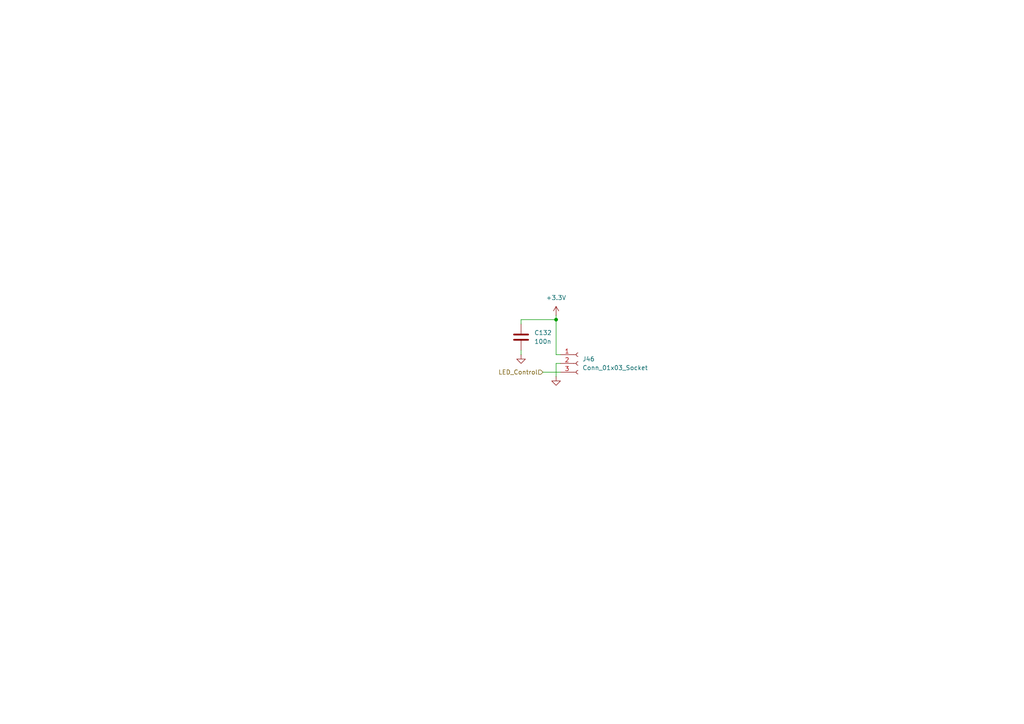
<source format=kicad_sch>
(kicad_sch
	(version 20250114)
	(generator "eeschema")
	(generator_version "9.0")
	(uuid "8208606b-6002-4a68-864d-a580fba5fe0f")
	(paper "A4")
	(lib_symbols
		(symbol "Connector:Conn_01x03_Socket"
			(pin_names
				(offset 1.016)
				(hide yes)
			)
			(exclude_from_sim no)
			(in_bom yes)
			(on_board yes)
			(property "Reference" "J"
				(at 0 5.08 0)
				(effects
					(font
						(size 1.27 1.27)
					)
				)
			)
			(property "Value" "Conn_01x03_Socket"
				(at 0 -5.08 0)
				(effects
					(font
						(size 1.27 1.27)
					)
				)
			)
			(property "Footprint" ""
				(at 0 0 0)
				(effects
					(font
						(size 1.27 1.27)
					)
					(hide yes)
				)
			)
			(property "Datasheet" "~"
				(at 0 0 0)
				(effects
					(font
						(size 1.27 1.27)
					)
					(hide yes)
				)
			)
			(property "Description" "Generic connector, single row, 01x03, script generated"
				(at 0 0 0)
				(effects
					(font
						(size 1.27 1.27)
					)
					(hide yes)
				)
			)
			(property "ki_locked" ""
				(at 0 0 0)
				(effects
					(font
						(size 1.27 1.27)
					)
				)
			)
			(property "ki_keywords" "connector"
				(at 0 0 0)
				(effects
					(font
						(size 1.27 1.27)
					)
					(hide yes)
				)
			)
			(property "ki_fp_filters" "Connector*:*_1x??_*"
				(at 0 0 0)
				(effects
					(font
						(size 1.27 1.27)
					)
					(hide yes)
				)
			)
			(symbol "Conn_01x03_Socket_1_1"
				(polyline
					(pts
						(xy -1.27 2.54) (xy -0.508 2.54)
					)
					(stroke
						(width 0.1524)
						(type default)
					)
					(fill
						(type none)
					)
				)
				(polyline
					(pts
						(xy -1.27 0) (xy -0.508 0)
					)
					(stroke
						(width 0.1524)
						(type default)
					)
					(fill
						(type none)
					)
				)
				(polyline
					(pts
						(xy -1.27 -2.54) (xy -0.508 -2.54)
					)
					(stroke
						(width 0.1524)
						(type default)
					)
					(fill
						(type none)
					)
				)
				(arc
					(start 0 2.032)
					(mid -0.5058 2.54)
					(end 0 3.048)
					(stroke
						(width 0.1524)
						(type default)
					)
					(fill
						(type none)
					)
				)
				(arc
					(start 0 -0.508)
					(mid -0.5058 0)
					(end 0 0.508)
					(stroke
						(width 0.1524)
						(type default)
					)
					(fill
						(type none)
					)
				)
				(arc
					(start 0 -3.048)
					(mid -0.5058 -2.54)
					(end 0 -2.032)
					(stroke
						(width 0.1524)
						(type default)
					)
					(fill
						(type none)
					)
				)
				(pin passive line
					(at -5.08 2.54 0)
					(length 3.81)
					(name "Pin_1"
						(effects
							(font
								(size 1.27 1.27)
							)
						)
					)
					(number "1"
						(effects
							(font
								(size 1.27 1.27)
							)
						)
					)
				)
				(pin passive line
					(at -5.08 0 0)
					(length 3.81)
					(name "Pin_2"
						(effects
							(font
								(size 1.27 1.27)
							)
						)
					)
					(number "2"
						(effects
							(font
								(size 1.27 1.27)
							)
						)
					)
				)
				(pin passive line
					(at -5.08 -2.54 0)
					(length 3.81)
					(name "Pin_3"
						(effects
							(font
								(size 1.27 1.27)
							)
						)
					)
					(number "3"
						(effects
							(font
								(size 1.27 1.27)
							)
						)
					)
				)
			)
			(embedded_fonts no)
		)
		(symbol "Device:C"
			(pin_numbers
				(hide yes)
			)
			(pin_names
				(offset 0.254)
			)
			(exclude_from_sim no)
			(in_bom yes)
			(on_board yes)
			(property "Reference" "C"
				(at 0.635 2.54 0)
				(effects
					(font
						(size 1.27 1.27)
					)
					(justify left)
				)
			)
			(property "Value" "C"
				(at 0.635 -2.54 0)
				(effects
					(font
						(size 1.27 1.27)
					)
					(justify left)
				)
			)
			(property "Footprint" ""
				(at 0.9652 -3.81 0)
				(effects
					(font
						(size 1.27 1.27)
					)
					(hide yes)
				)
			)
			(property "Datasheet" "~"
				(at 0 0 0)
				(effects
					(font
						(size 1.27 1.27)
					)
					(hide yes)
				)
			)
			(property "Description" "Unpolarized capacitor"
				(at 0 0 0)
				(effects
					(font
						(size 1.27 1.27)
					)
					(hide yes)
				)
			)
			(property "ki_keywords" "cap capacitor"
				(at 0 0 0)
				(effects
					(font
						(size 1.27 1.27)
					)
					(hide yes)
				)
			)
			(property "ki_fp_filters" "C_*"
				(at 0 0 0)
				(effects
					(font
						(size 1.27 1.27)
					)
					(hide yes)
				)
			)
			(symbol "C_0_1"
				(polyline
					(pts
						(xy -2.032 0.762) (xy 2.032 0.762)
					)
					(stroke
						(width 0.508)
						(type default)
					)
					(fill
						(type none)
					)
				)
				(polyline
					(pts
						(xy -2.032 -0.762) (xy 2.032 -0.762)
					)
					(stroke
						(width 0.508)
						(type default)
					)
					(fill
						(type none)
					)
				)
			)
			(symbol "C_1_1"
				(pin passive line
					(at 0 3.81 270)
					(length 2.794)
					(name "~"
						(effects
							(font
								(size 1.27 1.27)
							)
						)
					)
					(number "1"
						(effects
							(font
								(size 1.27 1.27)
							)
						)
					)
				)
				(pin passive line
					(at 0 -3.81 90)
					(length 2.794)
					(name "~"
						(effects
							(font
								(size 1.27 1.27)
							)
						)
					)
					(number "2"
						(effects
							(font
								(size 1.27 1.27)
							)
						)
					)
				)
			)
			(embedded_fonts no)
		)
		(symbol "power:+3.3V"
			(power)
			(pin_numbers
				(hide yes)
			)
			(pin_names
				(offset 0)
				(hide yes)
			)
			(exclude_from_sim no)
			(in_bom yes)
			(on_board yes)
			(property "Reference" "#PWR"
				(at 0 -3.81 0)
				(effects
					(font
						(size 1.27 1.27)
					)
					(hide yes)
				)
			)
			(property "Value" "+3.3V"
				(at 0 3.556 0)
				(effects
					(font
						(size 1.27 1.27)
					)
				)
			)
			(property "Footprint" ""
				(at 0 0 0)
				(effects
					(font
						(size 1.27 1.27)
					)
					(hide yes)
				)
			)
			(property "Datasheet" ""
				(at 0 0 0)
				(effects
					(font
						(size 1.27 1.27)
					)
					(hide yes)
				)
			)
			(property "Description" "Power symbol creates a global label with name \"+3.3V\""
				(at 0 0 0)
				(effects
					(font
						(size 1.27 1.27)
					)
					(hide yes)
				)
			)
			(property "ki_keywords" "global power"
				(at 0 0 0)
				(effects
					(font
						(size 1.27 1.27)
					)
					(hide yes)
				)
			)
			(symbol "+3.3V_0_1"
				(polyline
					(pts
						(xy -0.762 1.27) (xy 0 2.54)
					)
					(stroke
						(width 0)
						(type default)
					)
					(fill
						(type none)
					)
				)
				(polyline
					(pts
						(xy 0 2.54) (xy 0.762 1.27)
					)
					(stroke
						(width 0)
						(type default)
					)
					(fill
						(type none)
					)
				)
				(polyline
					(pts
						(xy 0 0) (xy 0 2.54)
					)
					(stroke
						(width 0)
						(type default)
					)
					(fill
						(type none)
					)
				)
			)
			(symbol "+3.3V_1_1"
				(pin power_in line
					(at 0 0 90)
					(length 0)
					(name "~"
						(effects
							(font
								(size 1.27 1.27)
							)
						)
					)
					(number "1"
						(effects
							(font
								(size 1.27 1.27)
							)
						)
					)
				)
			)
			(embedded_fonts no)
		)
		(symbol "power:GND"
			(power)
			(pin_numbers
				(hide yes)
			)
			(pin_names
				(offset 0)
				(hide yes)
			)
			(exclude_from_sim no)
			(in_bom yes)
			(on_board yes)
			(property "Reference" "#PWR"
				(at 0 -6.35 0)
				(effects
					(font
						(size 1.27 1.27)
					)
					(hide yes)
				)
			)
			(property "Value" "GND"
				(at 0 -3.81 0)
				(effects
					(font
						(size 1.27 1.27)
					)
				)
			)
			(property "Footprint" ""
				(at 0 0 0)
				(effects
					(font
						(size 1.27 1.27)
					)
					(hide yes)
				)
			)
			(property "Datasheet" ""
				(at 0 0 0)
				(effects
					(font
						(size 1.27 1.27)
					)
					(hide yes)
				)
			)
			(property "Description" "Power symbol creates a global label with name \"GND\" , ground"
				(at 0 0 0)
				(effects
					(font
						(size 1.27 1.27)
					)
					(hide yes)
				)
			)
			(property "ki_keywords" "global power"
				(at 0 0 0)
				(effects
					(font
						(size 1.27 1.27)
					)
					(hide yes)
				)
			)
			(symbol "GND_0_1"
				(polyline
					(pts
						(xy 0 0) (xy 0 -1.27) (xy 1.27 -1.27) (xy 0 -2.54) (xy -1.27 -1.27) (xy 0 -1.27)
					)
					(stroke
						(width 0)
						(type default)
					)
					(fill
						(type none)
					)
				)
			)
			(symbol "GND_1_1"
				(pin power_in line
					(at 0 0 270)
					(length 0)
					(name "~"
						(effects
							(font
								(size 1.27 1.27)
							)
						)
					)
					(number "1"
						(effects
							(font
								(size 1.27 1.27)
							)
						)
					)
				)
			)
			(embedded_fonts no)
		)
	)
	(junction
		(at 161.29 92.71)
		(diameter 0)
		(color 0 0 0 0)
		(uuid "37b6cf30-1714-4140-8e99-bf2793f42586")
	)
	(wire
		(pts
			(xy 151.13 101.6) (xy 151.13 102.87)
		)
		(stroke
			(width 0)
			(type default)
		)
		(uuid "0c5b1310-798f-4412-8bba-863f4031d88f")
	)
	(wire
		(pts
			(xy 161.29 105.41) (xy 161.29 109.22)
		)
		(stroke
			(width 0)
			(type default)
		)
		(uuid "142c5f5d-036b-4b40-8af5-17db15d8b3c5")
	)
	(wire
		(pts
			(xy 151.13 93.98) (xy 151.13 92.71)
		)
		(stroke
			(width 0)
			(type default)
		)
		(uuid "37a8a279-1d93-4d30-aebc-6698e0ac2de2")
	)
	(wire
		(pts
			(xy 161.29 102.87) (xy 162.56 102.87)
		)
		(stroke
			(width 0)
			(type default)
		)
		(uuid "4bfd1f4a-612e-4c1f-8ad0-f90522d471b0")
	)
	(wire
		(pts
			(xy 151.13 92.71) (xy 161.29 92.71)
		)
		(stroke
			(width 0)
			(type default)
		)
		(uuid "5059a5df-5d94-4989-93c6-9f3c1eb015f2")
	)
	(wire
		(pts
			(xy 161.29 105.41) (xy 162.56 105.41)
		)
		(stroke
			(width 0)
			(type default)
		)
		(uuid "66456cac-5094-464d-ab61-3d7fa8ee1551")
	)
	(wire
		(pts
			(xy 157.48 107.95) (xy 162.56 107.95)
		)
		(stroke
			(width 0)
			(type default)
		)
		(uuid "9e1242be-24e6-46b0-bae5-525edc60fc74")
	)
	(wire
		(pts
			(xy 161.29 92.71) (xy 161.29 102.87)
		)
		(stroke
			(width 0)
			(type default)
		)
		(uuid "a2f92608-1e9c-4b3c-ae3a-e55fb80aef54")
	)
	(wire
		(pts
			(xy 161.29 91.44) (xy 161.29 92.71)
		)
		(stroke
			(width 0)
			(type default)
		)
		(uuid "af5aee19-d863-4231-a6b2-49d1b01a1e26")
	)
	(hierarchical_label "LED_Control"
		(shape input)
		(at 157.48 107.95 180)
		(effects
			(font
				(size 1.27 1.27)
			)
			(justify right)
		)
		(uuid "c9e3d06d-0afe-4e80-ae41-3186e9341f07")
	)
	(symbol
		(lib_id "Device:C")
		(at 151.13 97.79 0)
		(unit 1)
		(exclude_from_sim no)
		(in_bom yes)
		(on_board yes)
		(dnp no)
		(fields_autoplaced yes)
		(uuid "275fd0e1-329e-4692-a073-f1474aaafe76")
		(property "Reference" "C132"
			(at 154.94 96.5199 0)
			(effects
				(font
					(size 1.27 1.27)
				)
				(justify left)
			)
		)
		(property "Value" "100n"
			(at 154.94 99.0599 0)
			(effects
				(font
					(size 1.27 1.27)
				)
				(justify left)
			)
		)
		(property "Footprint" "Capacitor_SMD:C_0402_1005Metric"
			(at 152.0952 101.6 0)
			(effects
				(font
					(size 1.27 1.27)
				)
				(hide yes)
			)
		)
		(property "Datasheet" "~"
			(at 151.13 97.79 0)
			(effects
				(font
					(size 1.27 1.27)
				)
				(hide yes)
			)
		)
		(property "Description" "Unpolarized capacitor"
			(at 151.13 97.79 0)
			(effects
				(font
					(size 1.27 1.27)
				)
				(hide yes)
			)
		)
		(pin "1"
			(uuid "95592a2a-9b69-4170-9dd0-3e6b78b2c456")
		)
		(pin "2"
			(uuid "5d67d7c6-9971-46da-b39d-277d267c2f0a")
		)
		(instances
			(project "Input_Eve_V1.0"
				(path "/519cd8d4-bb93-4bd2-8d6d-fc5bc7100516/c03652bb-0793-4e20-a4d9-effb3bc12e92"
					(reference "C132")
					(unit 1)
				)
			)
		)
	)
	(symbol
		(lib_id "power:+3.3V")
		(at 161.29 91.44 0)
		(unit 1)
		(exclude_from_sim no)
		(in_bom yes)
		(on_board yes)
		(dnp no)
		(fields_autoplaced yes)
		(uuid "8d6994d3-bfdf-4309-a55c-cc382bb7cfc8")
		(property "Reference" "#PWR0251"
			(at 161.29 95.25 0)
			(effects
				(font
					(size 1.27 1.27)
				)
				(hide yes)
			)
		)
		(property "Value" "+3.3V"
			(at 161.29 86.36 0)
			(effects
				(font
					(size 1.27 1.27)
				)
			)
		)
		(property "Footprint" ""
			(at 161.29 91.44 0)
			(effects
				(font
					(size 1.27 1.27)
				)
				(hide yes)
			)
		)
		(property "Datasheet" ""
			(at 161.29 91.44 0)
			(effects
				(font
					(size 1.27 1.27)
				)
				(hide yes)
			)
		)
		(property "Description" "Power symbol creates a global label with name \"+3.3V\""
			(at 161.29 91.44 0)
			(effects
				(font
					(size 1.27 1.27)
				)
				(hide yes)
			)
		)
		(pin "1"
			(uuid "48053cd8-77e0-445e-89af-49544c004c8b")
		)
		(instances
			(project "Input_Eve_V1.0"
				(path "/519cd8d4-bb93-4bd2-8d6d-fc5bc7100516/c03652bb-0793-4e20-a4d9-effb3bc12e92"
					(reference "#PWR0251")
					(unit 1)
				)
			)
		)
	)
	(symbol
		(lib_id "power:GND")
		(at 151.13 102.87 0)
		(unit 1)
		(exclude_from_sim no)
		(in_bom yes)
		(on_board yes)
		(dnp no)
		(fields_autoplaced yes)
		(uuid "a08ea409-08b3-408c-b8a8-3edc720a18ae")
		(property "Reference" "#PWR0247"
			(at 151.13 109.22 0)
			(effects
				(font
					(size 1.27 1.27)
				)
				(hide yes)
			)
		)
		(property "Value" "GND"
			(at 151.13 107.95 0)
			(effects
				(font
					(size 1.27 1.27)
				)
				(hide yes)
			)
		)
		(property "Footprint" ""
			(at 151.13 102.87 0)
			(effects
				(font
					(size 1.27 1.27)
				)
				(hide yes)
			)
		)
		(property "Datasheet" ""
			(at 151.13 102.87 0)
			(effects
				(font
					(size 1.27 1.27)
				)
				(hide yes)
			)
		)
		(property "Description" "Power symbol creates a global label with name \"GND\" , ground"
			(at 151.13 102.87 0)
			(effects
				(font
					(size 1.27 1.27)
				)
				(hide yes)
			)
		)
		(pin "1"
			(uuid "fa905068-ce7a-4d70-a196-d8a2cb105f57")
		)
		(instances
			(project "Input_Eve_V1.0"
				(path "/519cd8d4-bb93-4bd2-8d6d-fc5bc7100516/c03652bb-0793-4e20-a4d9-effb3bc12e92"
					(reference "#PWR0247")
					(unit 1)
				)
			)
		)
	)
	(symbol
		(lib_id "Connector:Conn_01x03_Socket")
		(at 167.64 105.41 0)
		(unit 1)
		(exclude_from_sim no)
		(in_bom yes)
		(on_board yes)
		(dnp no)
		(fields_autoplaced yes)
		(uuid "c198d4fd-8bf9-4449-854b-c0c921dd8011")
		(property "Reference" "J46"
			(at 168.91 104.1399 0)
			(effects
				(font
					(size 1.27 1.27)
				)
				(justify left)
			)
		)
		(property "Value" "Conn_01x03_Socket"
			(at 168.91 106.6799 0)
			(effects
				(font
					(size 1.27 1.27)
				)
				(justify left)
			)
		)
		(property "Footprint" "Connector_JST:JST_PH_B3B-PH-K_1x03_P2.00mm_Vertical"
			(at 167.64 105.41 0)
			(effects
				(font
					(size 1.27 1.27)
				)
				(hide yes)
			)
		)
		(property "Datasheet" "~"
			(at 167.64 105.41 0)
			(effects
				(font
					(size 1.27 1.27)
				)
				(hide yes)
			)
		)
		(property "Description" "Generic connector, single row, 01x03, script generated"
			(at 167.64 105.41 0)
			(effects
				(font
					(size 1.27 1.27)
				)
				(hide yes)
			)
		)
		(pin "3"
			(uuid "1d80d1b1-aeb5-4a11-83a8-116b011fb493")
		)
		(pin "2"
			(uuid "2a0df312-341a-4496-9625-2d5dba16568f")
		)
		(pin "1"
			(uuid "64595e8b-9c6b-4a26-9b2e-d16ef0c99b0b")
		)
		(instances
			(project ""
				(path "/519cd8d4-bb93-4bd2-8d6d-fc5bc7100516/c03652bb-0793-4e20-a4d9-effb3bc12e92"
					(reference "J46")
					(unit 1)
				)
			)
		)
	)
	(symbol
		(lib_id "power:GND")
		(at 161.29 109.22 0)
		(unit 1)
		(exclude_from_sim no)
		(in_bom yes)
		(on_board yes)
		(dnp no)
		(fields_autoplaced yes)
		(uuid "d34435b8-18d9-45b0-a2c7-93dc0beaa076")
		(property "Reference" "#PWR0252"
			(at 161.29 115.57 0)
			(effects
				(font
					(size 1.27 1.27)
				)
				(hide yes)
			)
		)
		(property "Value" "GND"
			(at 161.29 114.3 0)
			(effects
				(font
					(size 1.27 1.27)
				)
				(hide yes)
			)
		)
		(property "Footprint" ""
			(at 161.29 109.22 0)
			(effects
				(font
					(size 1.27 1.27)
				)
				(hide yes)
			)
		)
		(property "Datasheet" ""
			(at 161.29 109.22 0)
			(effects
				(font
					(size 1.27 1.27)
				)
				(hide yes)
			)
		)
		(property "Description" "Power symbol creates a global label with name \"GND\" , ground"
			(at 161.29 109.22 0)
			(effects
				(font
					(size 1.27 1.27)
				)
				(hide yes)
			)
		)
		(pin "1"
			(uuid "b450a92c-bc79-4106-9f29-52b89a3838a6")
		)
		(instances
			(project ""
				(path "/519cd8d4-bb93-4bd2-8d6d-fc5bc7100516/c03652bb-0793-4e20-a4d9-effb3bc12e92"
					(reference "#PWR0252")
					(unit 1)
				)
			)
		)
	)
)

</source>
